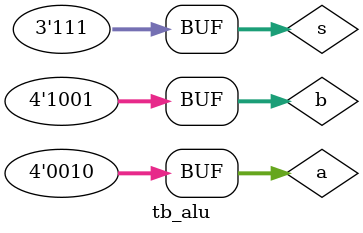
<source format=v>
`timescale 1ns / 1ps


module tb_alu(  );
reg [3:0]a,b;
reg [2:0]s;
wire [3:0]y;
alu a1(a,b,s,y);
initial
begin
a=4'b0010;b=4'b1001;
s=3'b000;#40;
s=3'b001;#40;
s=3'b010;#40;
s=3'b011;#40;
s=3'b100;#40;
s=3'b101;#40;
s=3'b110;#40;
s=3'b111;#40;
end


endmodule

</source>
